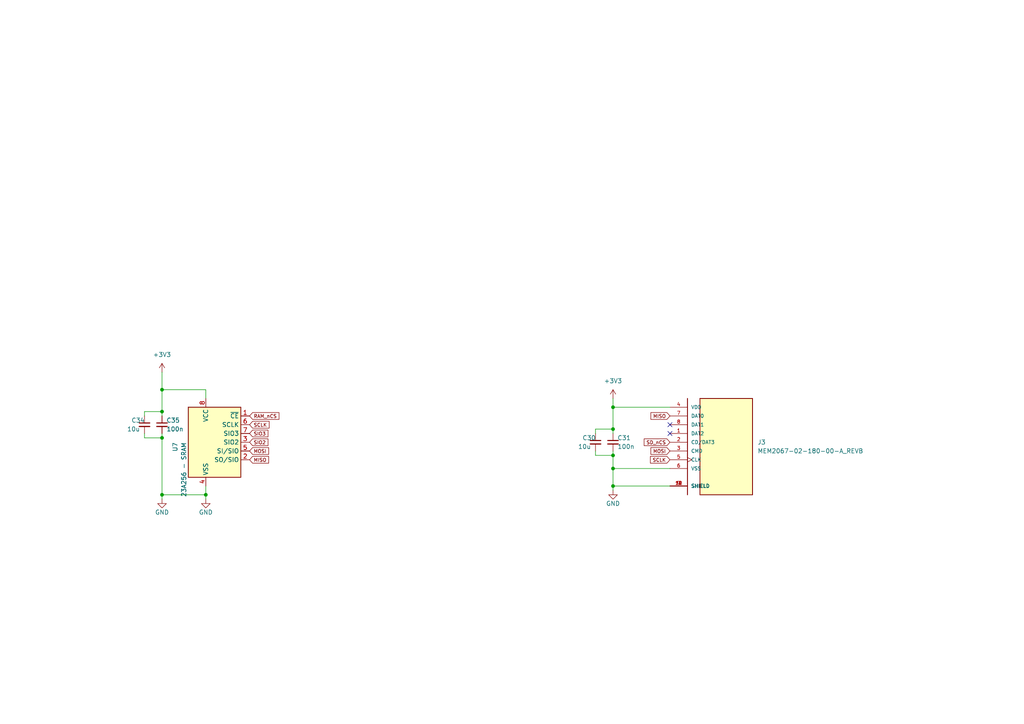
<source format=kicad_sch>
(kicad_sch (version 20211123) (generator eeschema)
  (paper "A4")
  (lib_symbols
    (symbol "Device:C_Small" (pin_numbers hide) (pin_names (offset 0.254) hide)
      (property "Reference" "C" (at 0.254 1.778 0))
      (property "Value" "C_Small" (at 0.254 -2.032 0))
      (symbol "C_Small_0_1"
        (polyline (pts (xy -1.524 -0.508) (xy 1.524 -0.508)) (stroke (width 0.3302)))
        (polyline (pts (xy -1.524 0.508) (xy 1.524 0.508)) (stroke (width 0.3048)))
      )
      (symbol "C_Small_1_1"
        (pin passive line (at 0 2.54 270) (length 2.032) (name "~") (number "1"))
        (pin passive line (at 0 -2.54 90) (length 2.032) (name "~") (number "2"))
      )
    )
    (symbol "MEM2067-02-180-00-A_REVB:MEM2067-02-180-00-A_REVB" (pin_names (offset 1.016))
      (property "Reference" "J" (at 0 12.7 0))
      (property "Value" "MEM2067-02-180-00-A_REVB" (at 0 -17.78 0))
      (symbol "MEM2067-02-180-00-A_REVB_0_0"
        (polyline (pts (xy 0 -15.24) (xy 0 12.7)) (stroke (width 0.254)))
        (rectangle (start 3.6322 -15.24) (end 18.8722 12.7) (stroke (width 0.254)) (fill (type background)))
        (pin bidirectional line (at -5.08 2.54 0) (length 5.08) (name "DAT2") (number "1"))
        (pin passive line (at -5.08 -12.7 0) (length 5.08) (name "SHIELD") (number "10"))
        (pin passive line (at -5.08 -12.7 0) (length 5.08) (name "SHIELD") (number "11"))
        (pin passive line (at -5.08 -12.7 0) (length 5.08) (name "SHIELD") (number "12"))
        (pin bidirectional line (at -5.08 0 0) (length 5.08) (name "CD/DAT3") (number "2"))
        (pin bidirectional line (at -5.08 -2.54 0) (length 5.08) (name "CMD") (number "3"))
        (pin power_in line (at -5.08 10.16 0) (length 5.08) (name "VDD") (number "4"))
        (pin bidirectional clock (at -5.08 -5.08 0) (length 5.08) (name "CLK") (number "5"))
        (pin power_in line (at -5.08 -7.62 0) (length 5.08) (name "VSS") (number "6"))
        (pin bidirectional line (at -5.08 7.62 0) (length 5.08) (name "DAT0") (number "7"))
        (pin bidirectional line (at -5.08 5.08 0) (length 5.08) (name "DAT1") (number "8"))
        (pin passive line (at -5.08 -12.7 0) (length 5.08) (name "SHIELD") (number "9"))
      )
    )
    (symbol "Memory_RAM:ESP-PSRAM32"
      (property "Reference" "U" (at 3.81 11.43 0))
      (property "Value" "ESP-PSRAM32" (at -1.27 -11.43 0))
      (symbol "ESP-PSRAM32_0_1"
        (rectangle (start -7.62 10.16) (end 7.62 -10.16) (stroke (width 0.254)) (fill (type background)))
      )
      (symbol "ESP-PSRAM32_1_1"
        (pin input line (at 10.16 7.62 180) (length 2.54) (name "~{CE}") (number "1"))
        (pin output line (at 10.16 -5.08 180) (length 2.54) (name "SO/SIO") (number "2"))
        (pin bidirectional line (at 10.16 0 180) (length 2.54) (name "SIO2") (number "3"))
        (pin power_in line (at -2.54 -12.7 90) (length 2.54) (name "VSS") (number "4"))
        (pin input line (at 10.16 -2.54 180) (length 2.54) (name "SI/SIO") (number "5"))
        (pin output line (at 10.16 5.08 180) (length 2.54) (name "SCLK") (number "6"))
        (pin bidirectional line (at 10.16 2.54 180) (length 2.54) (name "SIO3") (number "7"))
        (pin power_in line (at -2.54 12.7 270) (length 2.54) (name "VCC") (number "8"))
      )
    )
    (symbol "power:+3.3V" (power) (pin_names (offset 0))
      (property "Value" "+3.3V" (at 0 3.556 0))
      (symbol "+3.3V_0_1"
        (polyline (pts (xy -0.762 1.27) (xy 0 2.54)))
        (polyline (pts (xy 0 0) (xy 0 2.54)))
        (polyline (pts (xy 0 2.54) (xy 0.762 1.27)))
      )
      (symbol "+3.3V_1_1"
        (pin power_in line (at 0 0 90) (length 0) hide (name "+3V3") (number "1"))
      )
    )
    (symbol "power:GND" (power) (pin_names (offset 0))
      (property "Value" "GND" (at 0 -3.81 0))
      (symbol "GND_0_1"
        (polyline (pts (xy 0 0) (xy 0 -1.27) (xy 1.27 -1.27) (xy 0 -2.54) (xy -1.27 -1.27) (xy 0 -1.27)))
      )
      (symbol "GND_1_1"
        (pin power_in line (at 0 0 270) (length 0) hide (name "GND") (number "1"))
      )
    )
  )
  (junction (at 177.8 124.46))
  (junction (at 46.99 127))
  (junction (at 177.8 118.11))
  (junction (at 46.99 113.03))
  (junction (at 59.69 143.51))
  (junction (at 177.8 140.97))
  (junction (at 177.8 132.08))
  (junction (at 177.8 135.89))
  (junction (at 46.99 119.38))
  (junction (at 46.99 143.51))
  (no_connect (at 194.31 123.19))
  (no_connect (at 194.31 125.73))
  (wire (pts (xy 46.99 143.51) (xy 59.69 143.51)))
  (wire (pts (xy 41.91 119.38) (xy 41.91 120.65)))
  (wire (pts (xy 46.99 143.51) (xy 46.99 144.78)))
  (wire (pts (xy 46.99 127) (xy 41.91 127)))
  (wire (pts (xy 177.8 140.97) (xy 177.8 142.24)))
  (wire (pts (xy 177.8 118.11) (xy 194.31 118.11)))
  (wire (pts (xy 46.99 107.95) (xy 46.99 113.03)))
  (wire (pts (xy 177.8 115.57) (xy 177.8 118.11)))
  (wire (pts (xy 59.69 113.03) (xy 59.69 115.57)))
  (wire (pts (xy 177.8 124.46) (xy 177.8 125.73)))
  (wire (pts (xy 41.91 125.73) (xy 41.91 127)))
  (wire (pts (xy 177.8 132.08) (xy 172.72 132.08)))
  (wire (pts (xy 172.72 130.81) (xy 172.72 132.08)))
  (wire (pts (xy 177.8 140.97) (xy 194.31 140.97)))
  (wire (pts (xy 177.8 130.81) (xy 177.8 132.08)))
  (wire (pts (xy 46.99 113.03) (xy 59.69 113.03)))
  (wire (pts (xy 59.69 143.51) (xy 59.69 144.78)))
  (wire (pts (xy 46.99 119.38) (xy 46.99 120.65)))
  (wire (pts (xy 177.8 135.89) (xy 177.8 140.97)))
  (wire (pts (xy 177.8 135.89) (xy 194.31 135.89)))
  (wire (pts (xy 46.99 113.03) (xy 46.99 119.38)))
  (wire (pts (xy 172.72 124.46) (xy 172.72 125.73)))
  (wire (pts (xy 177.8 118.11) (xy 177.8 124.46)))
  (wire (pts (xy 59.69 140.97) (xy 59.69 143.51)))
  (wire (pts (xy 46.99 119.38) (xy 41.91 119.38)))
  (wire (pts (xy 46.99 125.73) (xy 46.99 127)))
  (wire (pts (xy 46.99 127) (xy 46.99 143.51)))
  (wire (pts (xy 177.8 132.08) (xy 177.8 135.89)))
  (wire (pts (xy 177.8 124.46) (xy 172.72 124.46)))
  (global_label "SCLK" (shape input) (at 194.31 133.35 180) (effects (font (size 1 1))) (property "Intersheet References" "${INTERSHEET_REFS}" (effects hide)))
  (global_label "MISO" (shape input) (at 72.39 133.35 0) (effects (font (size 1 1))) (property "Intersheet References" "${INTERSHEET_REFS}" (effects hide)))
  (global_label "MOSI" (shape input) (at 194.31 130.81 180) (effects (font (size 1 1))) (property "Intersheet References" "${INTERSHEET_REFS}" (effects hide)))
  (global_label "SCLK" (shape input) (at 72.39 123.19 0) (effects (font (size 1 1))) (property "Intersheet References" "${INTERSHEET_REFS}" (effects hide)))
  (global_label "MISO" (shape input) (at 194.31 120.65 180) (effects (font (size 1 1))) (property "Intersheet References" "${INTERSHEET_REFS}" (effects hide)))
  (global_label "SD_nCS" (shape input) (at 194.31 128.27 180) (effects (font (size 1 1))) (property "Intersheet References" "${INTERSHEET_REFS}" (effects hide)))
  (global_label "MOSI" (shape input) (at 72.39 130.81 0) (effects (font (size 1 1))) (property "Intersheet References" "${INTERSHEET_REFS}" (effects hide)))
  (global_label "SIO2" (shape input) (at 72.39 128.27 0) (effects (font (size 1 1))) (property "Intersheet References" "${INTERSHEET_REFS}" (effects hide)))
  (global_label "SIO3" (shape input) (at 72.39 125.73 0) (effects (font (size 1 1))) (property "Intersheet References" "${INTERSHEET_REFS}" (effects hide)))
  (global_label "RAM_nCS" (shape input) (at 72.39 120.65 0) (effects (font (size 1 1))) (property "Intersheet References" "${INTERSHEET_REFS}" (effects hide)))
  (symbol (lib_id "MEM2067-02-180-00-A_REVB:MEM2067-02-180-00-A_REVB") (at 199.39 128.27 0) (unit 1)
    (property "Reference" "J3" (at 219.71 128.2699 0) (effects (justify left)))
    (property "Value" "MEM2067-02-180-00-A_REVB" (at 219.71 130.8099 0) (effects (justify left)))
    (property "Footprint" "SnapEDA Library:GCT_MEM2067-02-180-00-A_REVB" (effects hide))
    (property "MANUFACTURER" "GCT" (effects hide))
  )
  (symbol (lib_id "power:+3.3V") (at 46.99 107.95 0) (unit 1)
    (property "Reference" "#PWR0166" (effects hide))
    (property "Value" "+3.3V" (at 46.99 102.87 0))
  )
  (symbol (lib_id "power:GND") (at 59.69 144.78 0) (unit 1)
    (property "Reference" "#PWR0120" (effects hide))
    (property "Value" "GND" (at 59.69 148.59 0))
  )
  (symbol (lib_id "Device:C_Small") (at 172.72 128.27 0) (unit 1)
    (property "Reference" "C30" (at 168.91 127 0) (effects (justify left)))
    (property "Value" "10u" (at 167.64 129.54 0) (effects (justify left)))
    (property "Footprint" "Resistor_SMD:R_0603_1608Metric_Pad0.98x0.95mm_HandSolder" (effects hide))
  )
  (symbol (lib_id "power:GND") (at 46.99 144.78 0) (unit 1)
    (property "Reference" "#PWR0118" (effects hide))
    (property "Value" "GND" (at 46.99 148.59 0))
  )
  (symbol (lib_id "Device:C_Small") (at 41.91 123.19 0) (unit 1)
    (property "Reference" "C34" (at 38.1 121.92 0) (effects (justify left)))
    (property "Value" "10u" (at 36.83 124.46 0) (effects (justify left)))
    (property "Footprint" "Resistor_SMD:R_0603_1608Metric_Pad0.98x0.95mm_HandSolder" (effects hide))
  )
  (symbol (lib_id "power:GND") (at 177.8 142.24 0) (unit 1)
    (property "Reference" "#PWR0161" (effects hide))
    (property "Value" "GND" (at 177.8 146.05 0))
  )
  (symbol (lib_id "Device:C_Small") (at 177.8 128.27 0) (unit 1)
    (property "Reference" "C31" (at 179.07 127 0) (effects (justify left)))
    (property "Value" "100n" (at 179.07 129.54 0) (effects (justify left)))
    (property "Footprint" "Resistor_SMD:R_0603_1608Metric_Pad0.98x0.95mm_HandSolder" (effects hide))
  )
  (symbol (lib_id "Memory_RAM:ESP-PSRAM32") (at 62.23 128.27 0) (unit 1)
    (property "Reference" "U7" (at 50.8 128.27 90) (effects (justify right)))
    (property "Value" "23A256 - SRAM" (at 53.34 128.27 90) (effects (justify right)))
    (property "Footprint" "Package_SO:SOIC-8_3.9x4.9mm_P1.27mm" (effects hide))
    (property "Datasheet" "https://www.espressif.com/sites/default/files/documentation/esp-psram32_datasheet_en.pdf" (effects hide))
  )
  (symbol (lib_id "power:+3.3V") (at 177.8 115.57 0) (unit 1)
    (property "Reference" "#PWR0162" (effects hide))
    (property "Value" "+3.3V" (at 177.8 110.49 0))
  )
  (symbol (lib_id "Device:C_Small") (at 46.99 123.19 0) (unit 1)
    (property "Reference" "C35" (at 48.26 121.92 0) (effects (justify left)))
    (property "Value" "100n" (at 48.26 124.46 0) (effects (justify left)))
    (property "Footprint" "Resistor_SMD:R_0603_1608Metric_Pad0.98x0.95mm_HandSolder" (effects hide))
  )
)
</source>
